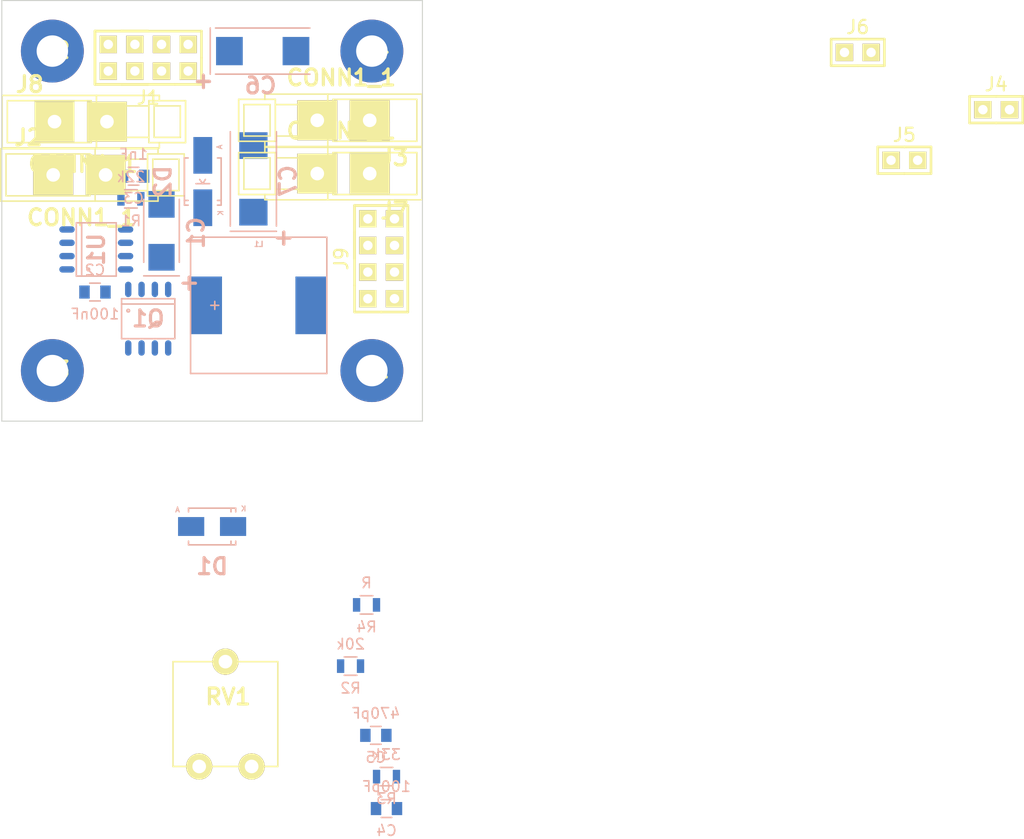
<source format=kicad_pcb>
(kicad_pcb (version 4) (host pcbnew "(2014-08-29 BZR 5106)-product")

  (general
    (links 62)
    (no_connects 62)
    (area 0.205999 -40.434001 40.434001 -0.205999)
    (thickness 1.6)
    (drawings 4)
    (tracks 0)
    (zones 0)
    (modules 30)
    (nets 16)
  )

  (page A4)
  (layers
    (0 F.Cu signal)
    (31 B.Cu signal)
    (32 B.Adhes user)
    (33 F.Adhes user)
    (34 B.Paste user)
    (35 F.Paste user)
    (36 B.SilkS user)
    (37 F.SilkS user)
    (38 B.Mask user)
    (39 F.Mask user)
    (40 Dwgs.User user)
    (41 Cmts.User user)
    (42 Eco1.User user)
    (43 Eco2.User user)
    (44 Edge.Cuts user)
    (45 Margin user)
    (46 B.CrtYd user)
    (47 F.CrtYd user)
    (48 B.Fab user)
    (49 F.Fab user)
  )

  (setup
    (last_trace_width 0.254)
    (trace_clearance 0.254)
    (zone_clearance 0.508)
    (zone_45_only no)
    (trace_min 0.254)
    (segment_width 0.2)
    (edge_width 0.1)
    (via_size 0.889)
    (via_drill 0.635)
    (via_min_size 0.889)
    (via_min_drill 0.508)
    (uvia_size 0.508)
    (uvia_drill 0.127)
    (uvias_allowed no)
    (uvia_min_size 0.508)
    (uvia_min_drill 0.127)
    (pcb_text_width 0.3)
    (pcb_text_size 1.5 1.5)
    (mod_edge_width 0.15)
    (mod_text_size 1 1)
    (mod_text_width 0.15)
    (pad_size 6 6)
    (pad_drill 3)
    (pad_to_mask_clearance 0)
    (aux_axis_origin 0 0)
    (visible_elements 7FFFFFFF)
    (pcbplotparams
      (layerselection 0x00030_80000001)
      (usegerberextensions false)
      (excludeedgelayer true)
      (linewidth 0.100000)
      (plotframeref false)
      (viasonmask false)
      (mode 1)
      (useauxorigin false)
      (hpglpennumber 1)
      (hpglpenspeed 20)
      (hpglpendiameter 15)
      (hpglpenoverlay 2)
      (psnegative false)
      (psa4output false)
      (plotreference true)
      (plotvalue true)
      (plotinvisibletext false)
      (padsonsilk false)
      (subtractmaskfromsilk false)
      (outputformat 1)
      (mirror false)
      (drillshape 1)
      (scaleselection 1)
      (outputdirectory ""))
  )

  (net 0 "")
  (net 1 GND)
  (net 2 /Vin)
  (net 3 /ADJ)
  (net 4 /Vout)
  (net 5 /FB)
  (net 6 "Net-(D2-Pad2)")
  (net 7 "Net-(J4-Pad1)")
  (net 8 "Net-(J5-Pad1)")
  (net 9 "Net-(J6-Pad1)")
  (net 10 "Net-(P1-Pad1)")
  (net 11 "Net-(P2-Pad1)")
  (net 12 "Net-(P3-Pad1)")
  (net 13 "Net-(P4-Pad1)")
  (net 14 "Net-(Q1-Pad4)")
  (net 15 "Net-(U1-Pad3)")

  (net_class Default "Toto je výchozí třída sítě."
    (clearance 0.254)
    (trace_width 0.254)
    (via_dia 0.889)
    (via_drill 0.635)
    (uvia_dia 0.508)
    (uvia_drill 0.127)
    (add_net /ADJ)
    (add_net /FB)
    (add_net /Vin)
    (add_net /Vout)
    (add_net GND)
    (add_net "Net-(D2-Pad2)")
    (add_net "Net-(J4-Pad1)")
    (add_net "Net-(J5-Pad1)")
    (add_net "Net-(J6-Pad1)")
    (add_net "Net-(P1-Pad1)")
    (add_net "Net-(P2-Pad1)")
    (add_net "Net-(P3-Pad1)")
    (add_net "Net-(P4-Pad1)")
    (add_net "Net-(Q1-Pad4)")
    (add_net "Net-(U1-Pad3)")
  )

  (module Capacitors_Tantalum_SMD:TantalC_SizeC_EIA-6032_Reflow (layer B.Cu) (tedit 54785079) (tstamp 5478519C)
    (at 15.494 -18.415 90)
    (descr "Tantal Cap. , Size C, EIA-6032, Reflow,")
    (tags "Tantal Cap. , Size C, EIA-6032, Reflow,")
    (path /5476F528)
    (attr smd)
    (fp_text reference C1 (at -0.20066 3.29946 90) (layer B.SilkS)
      (effects (font (thickness 0.3048)) (justify mirror))
    )
    (fp_text value 47uF (at -0.09906 -3.59918 90) (layer B.SilkS) hide
      (effects (font (thickness 0.3048)) (justify mirror))
    )
    (fp_line (start -4.30022 1.69926) (end -4.30022 -1.69926) (layer B.SilkS) (width 0.15))
    (fp_line (start 2.99974 -1.69926) (end -2.99974 -1.69926) (layer B.SilkS) (width 0.15))
    (fp_line (start 2.99974 1.69926) (end -2.99974 1.69926) (layer B.SilkS) (width 0.15))
    (fp_text user + (at -4.99872 2.55016 90) (layer B.SilkS)
      (effects (font (thickness 0.3048)) (justify mirror))
    )
    (fp_line (start -5.00126 3.05308) (end -5.00126 1.95326) (layer B.SilkS) (width 0.15))
    (fp_line (start -5.6007 2.5527) (end -4.40182 2.5527) (layer B.SilkS) (width 0.15))
    (pad 2 smd rect (at 2.52476 0 90) (size 2.55016 2.49936) (layers B.Cu B.Paste B.Mask)
      (net 1 GND))
    (pad 1 smd rect (at -2.52476 0 90) (size 2.55016 2.49936) (layers B.Cu B.Paste B.Mask)
      (net 2 /Vin))
    (model Capacitors_SMD/c_tant_C.wrl
      (at (xyz 0 0 0))
      (scale (xyz 1 1 1))
      (rotate (xyz 0 0 180))
    )
  )

  (module Capacitors_SMD:C_0805 (layer B.Cu) (tedit 5415D6EA) (tstamp 547851A8)
    (at 9.144 -12.573 180)
    (descr "Capacitor SMD 0805, reflow soldering, AVX (see smccp.pdf)")
    (tags "capacitor 0805")
    (path /5477060F)
    (attr smd)
    (fp_text reference C2 (at 0 2.1 180) (layer B.SilkS)
      (effects (font (size 1 1) (thickness 0.15)) (justify mirror))
    )
    (fp_text value 100nF (at 0 -2.1 180) (layer B.SilkS)
      (effects (font (size 1 1) (thickness 0.15)) (justify mirror))
    )
    (fp_line (start -1.8 1) (end 1.8 1) (layer B.CrtYd) (width 0.05))
    (fp_line (start -1.8 -1) (end 1.8 -1) (layer B.CrtYd) (width 0.05))
    (fp_line (start -1.8 1) (end -1.8 -1) (layer B.CrtYd) (width 0.05))
    (fp_line (start 1.8 1) (end 1.8 -1) (layer B.CrtYd) (width 0.05))
    (fp_line (start 0.5 0.85) (end -0.5 0.85) (layer B.SilkS) (width 0.15))
    (fp_line (start -0.5 -0.85) (end 0.5 -0.85) (layer B.SilkS) (width 0.15))
    (pad 1 smd rect (at -1 0 180) (size 1 1.25) (layers B.Cu B.Paste B.Mask)
      (net 2 /Vin))
    (pad 2 smd rect (at 1 0 180) (size 1 1.25) (layers B.Cu B.Paste B.Mask)
      (net 1 GND))
    (model Capacitors_SMD/C_0805N.wrl
      (at (xyz 0 0 0))
      (scale (xyz 1 1 1))
      (rotate (xyz 0 0 0))
    )
  )

  (module Capacitors_SMD:C_0805 (layer B.Cu) (tedit 5415D6EA) (tstamp 547851B4)
    (at 12.827 -23.622)
    (descr "Capacitor SMD 0805, reflow soldering, AVX (see smccp.pdf)")
    (tags "capacitor 0805")
    (path /5476F755)
    (attr smd)
    (fp_text reference C3 (at 0 2.1) (layer B.SilkS)
      (effects (font (size 1 1) (thickness 0.15)) (justify mirror))
    )
    (fp_text value 1nF (at 0 -2.1) (layer B.SilkS)
      (effects (font (size 1 1) (thickness 0.15)) (justify mirror))
    )
    (fp_line (start -1.8 1) (end 1.8 1) (layer B.CrtYd) (width 0.05))
    (fp_line (start -1.8 -1) (end 1.8 -1) (layer B.CrtYd) (width 0.05))
    (fp_line (start -1.8 1) (end -1.8 -1) (layer B.CrtYd) (width 0.05))
    (fp_line (start 1.8 1) (end 1.8 -1) (layer B.CrtYd) (width 0.05))
    (fp_line (start 0.5 0.85) (end -0.5 0.85) (layer B.SilkS) (width 0.15))
    (fp_line (start -0.5 -0.85) (end 0.5 -0.85) (layer B.SilkS) (width 0.15))
    (pad 1 smd rect (at -1 0) (size 1 1.25) (layers B.Cu B.Paste B.Mask)
      (net 2 /Vin))
    (pad 2 smd rect (at 1 0) (size 1 1.25) (layers B.Cu B.Paste B.Mask)
      (net 3 /ADJ))
    (model Capacitors_SMD/C_0805N.wrl
      (at (xyz 0 0 0))
      (scale (xyz 1 1 1))
      (rotate (xyz 0 0 0))
    )
  )

  (module Capacitors_SMD:C_0805 (layer B.Cu) (tedit 5415D6EA) (tstamp 547851C0)
    (at 36.957 36.703)
    (descr "Capacitor SMD 0805, reflow soldering, AVX (see smccp.pdf)")
    (tags "capacitor 0805")
    (path /5477033B)
    (attr smd)
    (fp_text reference C4 (at 0 2.1) (layer B.SilkS)
      (effects (font (size 1 1) (thickness 0.15)) (justify mirror))
    )
    (fp_text value 100pF (at 0 -2.1) (layer B.SilkS)
      (effects (font (size 1 1) (thickness 0.15)) (justify mirror))
    )
    (fp_line (start -1.8 1) (end 1.8 1) (layer B.CrtYd) (width 0.05))
    (fp_line (start -1.8 -1) (end 1.8 -1) (layer B.CrtYd) (width 0.05))
    (fp_line (start -1.8 1) (end -1.8 -1) (layer B.CrtYd) (width 0.05))
    (fp_line (start 1.8 1) (end 1.8 -1) (layer B.CrtYd) (width 0.05))
    (fp_line (start 0.5 0.85) (end -0.5 0.85) (layer B.SilkS) (width 0.15))
    (fp_line (start -0.5 -0.85) (end 0.5 -0.85) (layer B.SilkS) (width 0.15))
    (pad 1 smd rect (at -1 0) (size 1 1.25) (layers B.Cu B.Paste B.Mask)
      (net 4 /Vout))
    (pad 2 smd rect (at 1 0) (size 1 1.25) (layers B.Cu B.Paste B.Mask)
      (net 5 /FB))
    (model Capacitors_SMD/C_0805N.wrl
      (at (xyz 0 0 0))
      (scale (xyz 1 1 1))
      (rotate (xyz 0 0 0))
    )
  )

  (module Capacitors_SMD:C_0805 (layer B.Cu) (tedit 5415D6EA) (tstamp 547851CC)
    (at 35.941 29.718)
    (descr "Capacitor SMD 0805, reflow soldering, AVX (see smccp.pdf)")
    (tags "capacitor 0805")
    (path /5477069D)
    (attr smd)
    (fp_text reference C5 (at 0 2.1) (layer B.SilkS)
      (effects (font (size 1 1) (thickness 0.15)) (justify mirror))
    )
    (fp_text value 470pF (at 0 -2.1) (layer B.SilkS)
      (effects (font (size 1 1) (thickness 0.15)) (justify mirror))
    )
    (fp_line (start -1.8 1) (end 1.8 1) (layer B.CrtYd) (width 0.05))
    (fp_line (start -1.8 -1) (end 1.8 -1) (layer B.CrtYd) (width 0.05))
    (fp_line (start -1.8 1) (end -1.8 -1) (layer B.CrtYd) (width 0.05))
    (fp_line (start 1.8 1) (end 1.8 -1) (layer B.CrtYd) (width 0.05))
    (fp_line (start 0.5 0.85) (end -0.5 0.85) (layer B.SilkS) (width 0.15))
    (fp_line (start -0.5 -0.85) (end 0.5 -0.85) (layer B.SilkS) (width 0.15))
    (pad 1 smd rect (at -1 0) (size 1 1.25) (layers B.Cu B.Paste B.Mask)
      (net 5 /FB))
    (pad 2 smd rect (at 1 0) (size 1 1.25) (layers B.Cu B.Paste B.Mask)
      (net 1 GND))
    (model Capacitors_SMD/C_0805N.wrl
      (at (xyz 0 0 0))
      (scale (xyz 1 1 1))
      (rotate (xyz 0 0 0))
    )
  )

  (module Capacitors_Tantalum_SMD:TantalC_SizeD_EIA-7343_Reflow (layer B.Cu) (tedit 54785079) (tstamp 547851D8)
    (at 25.146 -35.56)
    (descr "Tantal Cap. , Size D, EIA-7343, Reflow,")
    (tags "Tantal Cap. , Size D, EIA-7343, Reflow,")
    (path /547707A4)
    (attr smd)
    (fp_text reference C6 (at -0.20066 3.29946) (layer B.SilkS)
      (effects (font (thickness 0.3048)) (justify mirror))
    )
    (fp_text value 100uF (at -0.09906 -3.59918) (layer B.SilkS) hide
      (effects (font (thickness 0.3048)) (justify mirror))
    )
    (fp_line (start -5.00126 2.19964) (end -5.00126 -2.19964) (layer B.SilkS) (width 0.15))
    (fp_line (start -4.50088 -2.19964) (end 4.50088 -2.19964) (layer B.SilkS) (width 0.15))
    (fp_line (start 4.50088 2.19964) (end -4.50088 2.19964) (layer B.SilkS) (width 0.15))
    (fp_text user + (at -5.6515 2.79908) (layer B.SilkS)
      (effects (font (thickness 0.3048)) (justify mirror))
    )
    (fp_line (start -5.65404 3.302) (end -5.65404 2.20218) (layer B.SilkS) (width 0.15))
    (fp_line (start -6.25348 2.80162) (end -5.0546 2.80162) (layer B.SilkS) (width 0.15))
    (pad 2 smd rect (at 3.175 0) (size 2.55016 2.70002) (layers B.Cu B.Paste B.Mask)
      (net 1 GND))
    (pad 1 smd rect (at -3.175 0) (size 2.55016 2.70002) (layers B.Cu B.Paste B.Mask)
      (net 4 /Vout))
    (model Capacitors_SMD/c_tant_D.wrl
      (at (xyz 0 0 0))
      (scale (xyz 1 1 1))
      (rotate (xyz 0 0 180))
    )
  )

  (module Capacitors_Tantalum_SMD:TantalC_SizeD_EIA-7343_Reflow (layer B.Cu) (tedit 54785079) (tstamp 547851E4)
    (at 24.257 -23.368 90)
    (descr "Tantal Cap. , Size D, EIA-7343, Reflow,")
    (tags "Tantal Cap. , Size D, EIA-7343, Reflow,")
    (path /54770930)
    (attr smd)
    (fp_text reference C7 (at -0.20066 3.29946 90) (layer B.SilkS)
      (effects (font (thickness 0.3048)) (justify mirror))
    )
    (fp_text value 100uF (at -0.09906 -3.59918 90) (layer B.SilkS) hide
      (effects (font (thickness 0.3048)) (justify mirror))
    )
    (fp_line (start -5.00126 2.19964) (end -5.00126 -2.19964) (layer B.SilkS) (width 0.15))
    (fp_line (start -4.50088 -2.19964) (end 4.50088 -2.19964) (layer B.SilkS) (width 0.15))
    (fp_line (start 4.50088 2.19964) (end -4.50088 2.19964) (layer B.SilkS) (width 0.15))
    (fp_text user + (at -5.6515 2.79908 90) (layer B.SilkS)
      (effects (font (thickness 0.3048)) (justify mirror))
    )
    (fp_line (start -5.65404 3.302) (end -5.65404 2.20218) (layer B.SilkS) (width 0.15))
    (fp_line (start -6.25348 2.80162) (end -5.0546 2.80162) (layer B.SilkS) (width 0.15))
    (pad 2 smd rect (at 3.175 0 90) (size 2.55016 2.70002) (layers B.Cu B.Paste B.Mask)
      (net 1 GND))
    (pad 1 smd rect (at -3.175 0 90) (size 2.55016 2.70002) (layers B.Cu B.Paste B.Mask)
      (net 4 /Vout))
    (model Capacitors_SMD/c_tant_D.wrl
      (at (xyz 0 0 0))
      (scale (xyz 1 1 1))
      (rotate (xyz 0 0 180))
    )
  )

  (module Diodes_SMD:Diode-SMA_Handsoldering (layer B.Cu) (tedit 5403E4F0) (tstamp 54785201)
    (at 19.431 -23.114 270)
    (descr "Diode SMA Handsoldering")
    (tags "Diode SMA Handsoldering")
    (path /5477039D)
    (attr smd)
    (fp_text reference D2 (at 0 3.81 270) (layer B.SilkS)
      (effects (font (thickness 0.3048)) (justify mirror))
    )
    (fp_text value 15MQ040N (at 0 -3.81 270) (layer B.SilkS) hide
      (effects (font (thickness 0.3048)) (justify mirror))
    )
    (fp_line (start 0.20066 0.65024) (end 0.20066 -0.65024) (layer B.SilkS) (width 0.15))
    (fp_line (start 0.20066 0) (end -0.20066 -0.24892) (layer B.SilkS) (width 0.15))
    (fp_line (start 0.20066 0) (end -0.20066 0.29972) (layer B.SilkS) (width 0.15))
    (fp_text user A (at -3.29946 -1.6002 270) (layer B.SilkS)
      (effects (font (size 0.50038 0.50038) (thickness 0.09906)) (justify mirror))
    )
    (fp_text user K (at 2.99974 -1.69926 270) (layer B.SilkS)
      (effects (font (size 0.50038 0.50038) (thickness 0.09906)) (justify mirror))
    )
    (fp_line (start 1.80086 -1.75006) (end 1.80086 -1.39954) (layer B.SilkS) (width 0.15))
    (fp_line (start 1.80086 1.75006) (end 1.80086 1.39954) (layer B.SilkS) (width 0.15))
    (fp_line (start 2.25044 -1.75006) (end 2.25044 -1.39954) (layer B.SilkS) (width 0.15))
    (fp_line (start -2.25044 -1.75006) (end -2.25044 -1.39954) (layer B.SilkS) (width 0.15))
    (fp_line (start -2.25044 1.75006) (end -2.25044 1.39954) (layer B.SilkS) (width 0.15))
    (fp_line (start 2.25044 1.75006) (end 2.25044 1.39954) (layer B.SilkS) (width 0.15))
    (fp_line (start -2.25044 -1.75006) (end 2.25044 -1.75006) (layer B.SilkS) (width 0.15))
    (fp_line (start -2.25044 1.75006) (end 2.25044 1.75006) (layer B.SilkS) (width 0.15))
    (pad 1 smd rect (at -2.49936 0 270) (size 3.50012 1.80086) (layers B.Cu B.Paste B.Mask)
      (net 1 GND))
    (pad 2 smd rect (at 2.49936 0 270) (size 3.50012 1.80086) (layers B.Cu B.Paste B.Mask)
      (net 6 "Net-(D2-Pad2)"))
    (model Diodes_SMD/Diode-SMA.wrl
      (at (xyz 0 0 0))
      (scale (xyz 0.3937 0.3937 0.3937))
      (rotate (xyz 0 0 0))
    )
  )

  (module Hrebinky:Pin_Header_Straight_2x04 placed (layer F.Cu) (tedit 53F5A6CB) (tstamp 5478521C)
    (at 14.224 -34.925 180)
    (descr "1 pin")
    (tags "CONN DEV")
    (path /5476F306)
    (fp_text reference J1 (at 0 -3.81 180) (layer F.SilkS)
      (effects (font (size 1.27 1.27) (thickness 0.2032)))
    )
    (fp_text value JUMP_4X2 (at 1.27 0 180) (layer F.SilkS) hide
      (effects (font (size 1.27 1.27) (thickness 0.2032)))
    )
    (fp_line (start 0 -2.54) (end 2.54 -2.54) (layer F.SilkS) (width 0.254))
    (fp_line (start 0 2.54) (end 2.54 2.54) (layer F.SilkS) (width 0.254))
    (fp_line (start 0 2.54) (end 2.54 2.54) (layer F.SilkS) (width 0.254))
    (fp_line (start 0 -2.54) (end 2.54 -2.54) (layer F.SilkS) (width 0.254))
    (fp_line (start 5.08 2.54) (end 5.08 -2.54) (layer F.SilkS) (width 0.254))
    (fp_line (start 2.54 -2.54) (end 5.08 -2.54) (layer F.SilkS) (width 0.254))
    (fp_line (start 2.54 2.54) (end 5.08 2.54) (layer F.SilkS) (width 0.254))
    (fp_line (start 2.54 2.54) (end 5.08 2.54) (layer F.SilkS) (width 0.254))
    (fp_line (start 2.54 -2.54) (end 5.08 -2.54) (layer F.SilkS) (width 0.254))
    (fp_line (start -5.08 2.54) (end 2.54 2.54) (layer F.SilkS) (width 0.254))
    (fp_line (start 5.08 2.54) (end 5.08 -2.54) (layer F.SilkS) (width 0.254))
    (fp_line (start 2.54 -2.54) (end -2.54 -2.54) (layer F.SilkS) (width 0.254))
    (fp_line (start -5.08 2.54) (end -5.08 0) (layer F.SilkS) (width 0.254))
    (fp_line (start -5.08 -2.54) (end -5.08 0) (layer F.SilkS) (width 0.254))
    (fp_line (start -2.54 -2.54) (end -5.08 -2.54) (layer F.SilkS) (width 0.254))
    (pad 3 thru_hole rect (at 1.27 1.27 180) (size 1.651 1.651) (drill 0.9) (layers *.Cu *.Mask F.SilkS)
      (net 2 /Vin))
    (pad 6 thru_hole rect (at 1.27 -1.27 180) (size 1.651 1.651) (drill 0.9) (layers *.Cu *.Mask F.SilkS)
      (net 2 /Vin))
    (pad 1 thru_hole rect (at -3.81 1.27 180) (size 1.651 1.651) (drill 0.9) (layers *.Cu *.Mask F.SilkS)
      (net 1 GND))
    (pad 2 thru_hole rect (at -1.27 1.27 180) (size 1.651 1.651) (drill 0.9) (layers *.Cu *.Mask F.SilkS)
      (net 2 /Vin))
    (pad 4 thru_hole rect (at 3.81 1.27 180) (size 1.651 1.651) (drill 0.9) (layers *.Cu *.Mask F.SilkS)
      (net 1 GND))
    (pad 5 thru_hole rect (at 3.81 -1.27 180) (size 1.651 1.651) (drill 0.9) (layers *.Cu *.Mask F.SilkS)
      (net 1 GND))
    (pad 7 thru_hole rect (at -1.27 -1.27 180) (size 1.651 1.651) (drill 0.9) (layers *.Cu *.Mask F.SilkS)
      (net 2 /Vin))
    (pad 8 thru_hole rect (at -3.81 -1.27 180) (size 1.651 1.651) (drill 0.9) (layers *.Cu *.Mask F.SilkS)
      (net 1 GND))
    (model Pin_Headers/Pin_Header_Straight_2x04.wrl
      (at (xyz 0 0 0))
      (scale (xyz 1 1 1))
      (rotate (xyz 0 0 0))
    )
  )

  (module Hrebinky:Pin_Header_Straight_1x02 (layer F.Cu) (tedit 5469CB53) (tstamp 54785262)
    (at 95.123 -30.099)
    (descr "1 pin")
    (tags "CONN DEV")
    (path /54777542)
    (fp_text reference J4 (at 0 -2.286) (layer F.SilkS)
      (effects (font (size 1.27 1.27) (thickness 0.2032)))
    )
    (fp_text value JUMP2_2x1 (at 0 0) (layer F.SilkS) hide
      (effects (font (size 1.27 1.27) (thickness 0.2032)))
    )
    (fp_line (start -2.54 -1.143) (end 0 -1.143) (layer F.SilkS) (width 0.254))
    (fp_line (start 0 1.397) (end 2.54 1.397) (layer F.SilkS) (width 0.254))
    (fp_line (start 2.54 1.397) (end 2.54 -1.143) (layer F.SilkS) (width 0.254))
    (fp_line (start 0 -1.143) (end 2.54 -1.143) (layer F.SilkS) (width 0.254))
    (fp_line (start -2.54 -1.143) (end -2.54 1.397) (layer F.SilkS) (width 0.254))
    (fp_line (start -2.54 1.397) (end 0 1.397) (layer F.SilkS) (width 0.254))
    (pad 1 thru_hole rect (at -1.27 0.127) (size 1.651 1.651) (drill 0.9) (layers *.Cu *.Mask F.SilkS)
      (net 7 "Net-(J4-Pad1)"))
    (pad 2 thru_hole rect (at 1.27 0.127) (size 1.651 1.651) (drill 0.9) (layers *.Cu *.Mask F.SilkS)
      (net 5 /FB))
    (model Pin_Headers/Pin_Header_Straight_1x02.wrl
      (at (xyz 0 0 0))
      (scale (xyz 1 1 1))
      (rotate (xyz 0 0 0))
    )
  )

  (module Hrebinky:Pin_Header_Straight_1x02 (layer F.Cu) (tedit 5469CB53) (tstamp 547854CC)
    (at 86.36 -25.273)
    (descr "1 pin")
    (tags "CONN DEV")
    (path /5477762B)
    (fp_text reference J5 (at 0 -2.286) (layer F.SilkS)
      (effects (font (size 1.27 1.27) (thickness 0.2032)))
    )
    (fp_text value JUMP2_2x1 (at 0 0) (layer F.SilkS) hide
      (effects (font (size 1.27 1.27) (thickness 0.2032)))
    )
    (fp_line (start -2.54 -1.143) (end 0 -1.143) (layer F.SilkS) (width 0.254))
    (fp_line (start 0 1.397) (end 2.54 1.397) (layer F.SilkS) (width 0.254))
    (fp_line (start 2.54 1.397) (end 2.54 -1.143) (layer F.SilkS) (width 0.254))
    (fp_line (start 0 -1.143) (end 2.54 -1.143) (layer F.SilkS) (width 0.254))
    (fp_line (start -2.54 -1.143) (end -2.54 1.397) (layer F.SilkS) (width 0.254))
    (fp_line (start -2.54 1.397) (end 0 1.397) (layer F.SilkS) (width 0.254))
    (pad 1 thru_hole rect (at -1.27 0.127) (size 1.651 1.651) (drill 0.9) (layers *.Cu *.Mask F.SilkS)
      (net 8 "Net-(J5-Pad1)"))
    (pad 2 thru_hole rect (at 1.27 0.127) (size 1.651 1.651) (drill 0.9) (layers *.Cu *.Mask F.SilkS)
      (net 5 /FB))
    (model Pin_Headers/Pin_Header_Straight_1x02.wrl
      (at (xyz 0 0 0))
      (scale (xyz 1 1 1))
      (rotate (xyz 0 0 0))
    )
  )

  (module Hrebinky:Pin_Header_Straight_1x02 (layer F.Cu) (tedit 5469CB53) (tstamp 5478527A)
    (at 81.915 -35.56)
    (descr "1 pin")
    (tags "CONN DEV")
    (path /5477765E)
    (fp_text reference J6 (at 0 -2.286) (layer F.SilkS)
      (effects (font (size 1.27 1.27) (thickness 0.2032)))
    )
    (fp_text value JUMP2_2x1 (at 0 0) (layer F.SilkS) hide
      (effects (font (size 1.27 1.27) (thickness 0.2032)))
    )
    (fp_line (start -2.54 -1.143) (end 0 -1.143) (layer F.SilkS) (width 0.254))
    (fp_line (start 0 1.397) (end 2.54 1.397) (layer F.SilkS) (width 0.254))
    (fp_line (start 2.54 1.397) (end 2.54 -1.143) (layer F.SilkS) (width 0.254))
    (fp_line (start 0 -1.143) (end 2.54 -1.143) (layer F.SilkS) (width 0.254))
    (fp_line (start -2.54 -1.143) (end -2.54 1.397) (layer F.SilkS) (width 0.254))
    (fp_line (start -2.54 1.397) (end 0 1.397) (layer F.SilkS) (width 0.254))
    (pad 1 thru_hole rect (at -1.27 0.127) (size 1.651 1.651) (drill 0.9) (layers *.Cu *.Mask F.SilkS)
      (net 9 "Net-(J6-Pad1)"))
    (pad 2 thru_hole rect (at 1.27 0.127) (size 1.651 1.651) (drill 0.9) (layers *.Cu *.Mask F.SilkS)
      (net 5 /FB))
    (model Pin_Headers/Pin_Header_Straight_1x02.wrl
      (at (xyz 0 0 0))
      (scale (xyz 1 1 1))
      (rotate (xyz 0 0 0))
    )
  )

  (module Hrebinky:Pin_Header_Straight_2x04 placed (layer F.Cu) (tedit 53F5A6CB) (tstamp 547852CF)
    (at 36.449 -15.748 90)
    (descr "1 pin")
    (tags "CONN DEV")
    (path /54770CCE)
    (fp_text reference J9 (at 0 -3.81 90) (layer F.SilkS)
      (effects (font (size 1.27 1.27) (thickness 0.2032)))
    )
    (fp_text value JUMP_4X2 (at 1.27 0 90) (layer F.SilkS) hide
      (effects (font (size 1.27 1.27) (thickness 0.2032)))
    )
    (fp_line (start 0 -2.54) (end 2.54 -2.54) (layer F.SilkS) (width 0.254))
    (fp_line (start 0 2.54) (end 2.54 2.54) (layer F.SilkS) (width 0.254))
    (fp_line (start 0 2.54) (end 2.54 2.54) (layer F.SilkS) (width 0.254))
    (fp_line (start 0 -2.54) (end 2.54 -2.54) (layer F.SilkS) (width 0.254))
    (fp_line (start 5.08 2.54) (end 5.08 -2.54) (layer F.SilkS) (width 0.254))
    (fp_line (start 2.54 -2.54) (end 5.08 -2.54) (layer F.SilkS) (width 0.254))
    (fp_line (start 2.54 2.54) (end 5.08 2.54) (layer F.SilkS) (width 0.254))
    (fp_line (start 2.54 2.54) (end 5.08 2.54) (layer F.SilkS) (width 0.254))
    (fp_line (start 2.54 -2.54) (end 5.08 -2.54) (layer F.SilkS) (width 0.254))
    (fp_line (start -5.08 2.54) (end 2.54 2.54) (layer F.SilkS) (width 0.254))
    (fp_line (start 5.08 2.54) (end 5.08 -2.54) (layer F.SilkS) (width 0.254))
    (fp_line (start 2.54 -2.54) (end -2.54 -2.54) (layer F.SilkS) (width 0.254))
    (fp_line (start -5.08 2.54) (end -5.08 0) (layer F.SilkS) (width 0.254))
    (fp_line (start -5.08 -2.54) (end -5.08 0) (layer F.SilkS) (width 0.254))
    (fp_line (start -2.54 -2.54) (end -5.08 -2.54) (layer F.SilkS) (width 0.254))
    (pad 3 thru_hole rect (at 1.27 1.27 90) (size 1.651 1.651) (drill 0.9) (layers *.Cu *.Mask F.SilkS)
      (net 4 /Vout))
    (pad 6 thru_hole rect (at 1.27 -1.27 90) (size 1.651 1.651) (drill 0.9) (layers *.Cu *.Mask F.SilkS)
      (net 4 /Vout))
    (pad 1 thru_hole rect (at -3.81 1.27 90) (size 1.651 1.651) (drill 0.9) (layers *.Cu *.Mask F.SilkS)
      (net 1 GND))
    (pad 2 thru_hole rect (at -1.27 1.27 90) (size 1.651 1.651) (drill 0.9) (layers *.Cu *.Mask F.SilkS)
      (net 4 /Vout))
    (pad 4 thru_hole rect (at 3.81 1.27 90) (size 1.651 1.651) (drill 0.9) (layers *.Cu *.Mask F.SilkS)
      (net 1 GND))
    (pad 5 thru_hole rect (at 3.81 -1.27 90) (size 1.651 1.651) (drill 0.9) (layers *.Cu *.Mask F.SilkS)
      (net 1 GND))
    (pad 7 thru_hole rect (at -1.27 -1.27 90) (size 1.651 1.651) (drill 0.9) (layers *.Cu *.Mask F.SilkS)
      (net 4 /Vout))
    (pad 8 thru_hole rect (at -3.81 -1.27 90) (size 1.651 1.651) (drill 0.9) (layers *.Cu *.Mask F.SilkS)
      (net 1 GND))
    (model Pin_Headers/Pin_Header_Straight_2x04.wrl
      (at (xyz 0 0 0))
      (scale (xyz 1 1 1))
      (rotate (xyz 0 0 0))
    )
  )

  (module Dira:MountingHole_3mm placed (layer F.Cu) (tedit 54345FDC) (tstamp 5478668B)
    (at 35.56 -5.08)
    (descr "Mounting hole, Befestigungsbohrung, 3mm, No Annular, Kein Restring,")
    (tags "Mounting hole, Befestigungsbohrung, 3mm, No Annular, Kein Restring,")
    (path /54779F4D)
    (fp_text reference P1 (at 0.1778 -0.0762) (layer F.SilkS)
      (effects (font (thickness 0.3048)))
    )
    (fp_text value _ (at 1.00076 5.00126) (layer F.SilkS) hide
      (effects (font (thickness 0.3048)))
    )
    (fp_circle (center 0 0) (end 2.99974 0) (layer Cmts.User) (width 0.381))
    (pad 1 thru_hole circle (at 0 0) (size 6 6) (drill 3) (layers *.Cu *.Adhes *.Mask)
      (net 10 "Net-(P1-Pad1)") (clearance 1) (zone_connect 2))
  )

  (module Dira:MountingHole_3mm placed (layer F.Cu) (tedit 54345FDC) (tstamp 547852F0)
    (at 5.08 -35.56)
    (descr "Mounting hole, Befestigungsbohrung, 3mm, No Annular, Kein Restring,")
    (tags "Mounting hole, Befestigungsbohrung, 3mm, No Annular, Kein Restring,")
    (path /5477A27E)
    (fp_text reference P2 (at 0.1778 -0.0762) (layer F.SilkS)
      (effects (font (thickness 0.3048)))
    )
    (fp_text value _ (at 1.00076 5.00126) (layer F.SilkS) hide
      (effects (font (thickness 0.3048)))
    )
    (fp_circle (center 0 0) (end 2.99974 0) (layer Cmts.User) (width 0.381))
    (pad 1 thru_hole circle (at 0 0) (size 6 6) (drill 3) (layers *.Cu *.Adhes *.Mask)
      (net 11 "Net-(P2-Pad1)") (clearance 1) (zone_connect 2))
  )

  (module Dira:MountingHole_3mm placed (layer F.Cu) (tedit 54345FDC) (tstamp 547852F6)
    (at 5.08 -5.08)
    (descr "Mounting hole, Befestigungsbohrung, 3mm, No Annular, Kein Restring,")
    (tags "Mounting hole, Befestigungsbohrung, 3mm, No Annular, Kein Restring,")
    (path /5477A2B0)
    (fp_text reference P3 (at 0.1778 -0.0762) (layer F.SilkS)
      (effects (font (thickness 0.3048)))
    )
    (fp_text value _ (at 1.00076 5.00126) (layer F.SilkS) hide
      (effects (font (thickness 0.3048)))
    )
    (fp_circle (center 0 0) (end 2.99974 0) (layer Cmts.User) (width 0.381))
    (pad 1 thru_hole circle (at 0 0) (size 6 6) (drill 3) (layers *.Cu *.Adhes *.Mask)
      (net 12 "Net-(P3-Pad1)") (clearance 1) (zone_connect 2))
  )

  (module Dira:MountingHole_3mm placed (layer F.Cu) (tedit 54345FDC) (tstamp 547852FC)
    (at 35.56 -35.56)
    (descr "Mounting hole, Befestigungsbohrung, 3mm, No Annular, Kein Restring,")
    (tags "Mounting hole, Befestigungsbohrung, 3mm, No Annular, Kein Restring,")
    (path /5477A2F5)
    (fp_text reference P4 (at 0.1778 -0.0762) (layer F.SilkS)
      (effects (font (thickness 0.3048)))
    )
    (fp_text value _ (at 1.00076 5.00126) (layer F.SilkS) hide
      (effects (font (thickness 0.3048)))
    )
    (fp_circle (center 0 0) (end 2.99974 0) (layer Cmts.User) (width 0.381))
    (pad 1 thru_hole circle (at 0 0) (size 6 6) (drill 3) (layers *.Cu *.Adhes *.Mask)
      (net 13 "Net-(P4-Pad1)") (clearance 1) (zone_connect 2))
  )

  (module Power_Integrations:SO-8 (layer B.Cu) (tedit 54785077) (tstamp 5478530E)
    (at 14.224 -10.033)
    (descr "SO-8 Surface Mount Small Outline 150mil 8pin Package")
    (tags "Power Integrations D Package")
    (path /54770268)
    (fp_text reference Q1 (at 0 0) (layer B.SilkS)
      (effects (font (thickness 0.3048)) (justify mirror))
    )
    (fp_text value IRF7416 (at 0 0) (layer B.SilkS) hide
      (effects (font (thickness 0.3048)) (justify mirror))
    )
    (fp_circle (center -1.905 -0.762) (end -1.778 -0.762) (layer B.SilkS) (width 0.15))
    (fp_line (start -2.54 -1.397) (end 2.54 -1.397) (layer B.SilkS) (width 0.15))
    (fp_line (start -2.54 1.905) (end 2.54 1.905) (layer B.SilkS) (width 0.15))
    (fp_line (start -2.54 -1.905) (end 2.54 -1.905) (layer B.SilkS) (width 0.15))
    (fp_line (start -2.54 -1.905) (end -2.54 1.905) (layer B.SilkS) (width 0.15))
    (fp_line (start 2.54 -1.905) (end 2.54 1.905) (layer B.SilkS) (width 0.15))
    (pad 1 smd oval (at -1.905 -2.794) (size 0.6096 1.4732) (layers B.Cu B.Paste B.Mask)
      (net 2 /Vin))
    (pad 2 smd oval (at -0.635 -2.794) (size 0.6096 1.4732) (layers B.Cu B.Paste B.Mask)
      (net 2 /Vin))
    (pad 3 smd oval (at 0.635 -2.794) (size 0.6096 1.4732) (layers B.Cu B.Paste B.Mask)
      (net 2 /Vin))
    (pad 4 smd oval (at 1.905 -2.794) (size 0.6096 1.4732) (layers B.Cu B.Paste B.Mask)
      (net 14 "Net-(Q1-Pad4)"))
    (pad 5 smd oval (at 1.905 2.794) (size 0.6096 1.4732) (layers B.Cu B.Paste B.Mask)
      (net 6 "Net-(D2-Pad2)"))
    (pad 6 smd oval (at 0.635 2.794) (size 0.6096 1.4732) (layers B.Cu B.Paste B.Mask)
      (net 6 "Net-(D2-Pad2)"))
    (pad 7 smd oval (at -0.635 2.794) (size 0.6096 1.4732) (layers B.Cu B.Paste B.Mask)
      (net 6 "Net-(D2-Pad2)"))
    (pad 8 smd oval (at -1.905 2.794) (size 0.6096 1.4732) (layers B.Cu B.Paste B.Mask)
      (net 6 "Net-(D2-Pad2)"))
  )

  (module Resistors_SMD:R_0805 (layer B.Cu) (tedit 5415CDEB) (tstamp 5478531A)
    (at 12.573 -21.463)
    (descr "Resistor SMD 0805, reflow soldering, Vishay (see dcrcw.pdf)")
    (tags "resistor 0805")
    (path /5476F659)
    (attr smd)
    (fp_text reference R1 (at 0 2.1) (layer B.SilkS)
      (effects (font (size 1 1) (thickness 0.15)) (justify mirror))
    )
    (fp_text value 22k (at 0 -2.1) (layer B.SilkS)
      (effects (font (size 1 1) (thickness 0.15)) (justify mirror))
    )
    (fp_line (start -1.6 1) (end 1.6 1) (layer B.CrtYd) (width 0.05))
    (fp_line (start -1.6 -1) (end 1.6 -1) (layer B.CrtYd) (width 0.05))
    (fp_line (start -1.6 1) (end -1.6 -1) (layer B.CrtYd) (width 0.05))
    (fp_line (start 1.6 1) (end 1.6 -1) (layer B.CrtYd) (width 0.05))
    (fp_line (start 0.6 -0.875) (end -0.6 -0.875) (layer B.SilkS) (width 0.15))
    (fp_line (start -0.6 0.875) (end 0.6 0.875) (layer B.SilkS) (width 0.15))
    (pad 1 smd rect (at -0.95 0) (size 0.7 1.3) (layers B.Cu B.Paste B.Mask)
      (net 2 /Vin))
    (pad 2 smd rect (at 0.95 0) (size 0.7 1.3) (layers B.Cu B.Paste B.Mask)
      (net 3 /ADJ))
    (model Resistors_SMD/R_0805.wrl
      (at (xyz 0 0 0))
      (scale (xyz 1 1 1))
      (rotate (xyz 0 0 0))
    )
  )

  (module Resistors_SMD:R_0805 (layer B.Cu) (tedit 5415CDEB) (tstamp 54785326)
    (at 33.528 23.114)
    (descr "Resistor SMD 0805, reflow soldering, Vishay (see dcrcw.pdf)")
    (tags "resistor 0805")
    (path /54770570)
    (attr smd)
    (fp_text reference R2 (at 0 2.1) (layer B.SilkS)
      (effects (font (size 1 1) (thickness 0.15)) (justify mirror))
    )
    (fp_text value 20k (at 0 -2.1) (layer B.SilkS)
      (effects (font (size 1 1) (thickness 0.15)) (justify mirror))
    )
    (fp_line (start -1.6 1) (end 1.6 1) (layer B.CrtYd) (width 0.05))
    (fp_line (start -1.6 -1) (end 1.6 -1) (layer B.CrtYd) (width 0.05))
    (fp_line (start -1.6 1) (end -1.6 -1) (layer B.CrtYd) (width 0.05))
    (fp_line (start 1.6 1) (end 1.6 -1) (layer B.CrtYd) (width 0.05))
    (fp_line (start 0.6 -0.875) (end -0.6 -0.875) (layer B.SilkS) (width 0.15))
    (fp_line (start -0.6 0.875) (end 0.6 0.875) (layer B.SilkS) (width 0.15))
    (pad 1 smd rect (at -0.95 0) (size 0.7 1.3) (layers B.Cu B.Paste B.Mask)
      (net 8 "Net-(J5-Pad1)"))
    (pad 2 smd rect (at 0.95 0) (size 0.7 1.3) (layers B.Cu B.Paste B.Mask)
      (net 1 GND))
    (model Resistors_SMD/R_0805.wrl
      (at (xyz 0 0 0))
      (scale (xyz 1 1 1))
      (rotate (xyz 0 0 0))
    )
  )

  (module Resistors_SMD:R_0805 (layer B.Cu) (tedit 5415CDEB) (tstamp 54785332)
    (at 36.957 33.655)
    (descr "Resistor SMD 0805, reflow soldering, Vishay (see dcrcw.pdf)")
    (tags "resistor 0805")
    (path /5477050C)
    (attr smd)
    (fp_text reference R3 (at 0 2.1) (layer B.SilkS)
      (effects (font (size 1 1) (thickness 0.15)) (justify mirror))
    )
    (fp_text value 33k (at 0 -2.1) (layer B.SilkS)
      (effects (font (size 1 1) (thickness 0.15)) (justify mirror))
    )
    (fp_line (start -1.6 1) (end 1.6 1) (layer B.CrtYd) (width 0.05))
    (fp_line (start -1.6 -1) (end 1.6 -1) (layer B.CrtYd) (width 0.05))
    (fp_line (start -1.6 1) (end -1.6 -1) (layer B.CrtYd) (width 0.05))
    (fp_line (start 1.6 1) (end 1.6 -1) (layer B.CrtYd) (width 0.05))
    (fp_line (start 0.6 -0.875) (end -0.6 -0.875) (layer B.SilkS) (width 0.15))
    (fp_line (start -0.6 0.875) (end 0.6 0.875) (layer B.SilkS) (width 0.15))
    (pad 1 smd rect (at -0.95 0) (size 0.7 1.3) (layers B.Cu B.Paste B.Mask)
      (net 4 /Vout))
    (pad 2 smd rect (at 0.95 0) (size 0.7 1.3) (layers B.Cu B.Paste B.Mask)
      (net 5 /FB))
    (model Resistors_SMD/R_0805.wrl
      (at (xyz 0 0 0))
      (scale (xyz 1 1 1))
      (rotate (xyz 0 0 0))
    )
  )

  (module Resistors_SMD:R_0805 (layer B.Cu) (tedit 5415CDEB) (tstamp 5478533E)
    (at 35.052 17.272)
    (descr "Resistor SMD 0805, reflow soldering, Vishay (see dcrcw.pdf)")
    (tags "resistor 0805")
    (path /547705D0)
    (attr smd)
    (fp_text reference R4 (at 0 2.1) (layer B.SilkS)
      (effects (font (size 1 1) (thickness 0.15)) (justify mirror))
    )
    (fp_text value R (at 0 -2.1) (layer B.SilkS)
      (effects (font (size 1 1) (thickness 0.15)) (justify mirror))
    )
    (fp_line (start -1.6 1) (end 1.6 1) (layer B.CrtYd) (width 0.05))
    (fp_line (start -1.6 -1) (end 1.6 -1) (layer B.CrtYd) (width 0.05))
    (fp_line (start -1.6 1) (end -1.6 -1) (layer B.CrtYd) (width 0.05))
    (fp_line (start 1.6 1) (end 1.6 -1) (layer B.CrtYd) (width 0.05))
    (fp_line (start 0.6 -0.875) (end -0.6 -0.875) (layer B.SilkS) (width 0.15))
    (fp_line (start -0.6 0.875) (end 0.6 0.875) (layer B.SilkS) (width 0.15))
    (pad 1 smd rect (at -0.95 0) (size 0.7 1.3) (layers B.Cu B.Paste B.Mask)
      (net 9 "Net-(J6-Pad1)"))
    (pad 2 smd rect (at 0.95 0) (size 0.7 1.3) (layers B.Cu B.Paste B.Mask)
      (net 1 GND))
    (model Resistors_SMD/R_0805.wrl
      (at (xyz 0 0 0))
      (scale (xyz 1 1 1))
      (rotate (xyz 0 0 0))
    )
  )

  (module Power_Integrations:SO-8 (layer B.Cu) (tedit 54785077) (tstamp 54785386)
    (at 9.271 -16.637 90)
    (descr "SO-8 Surface Mount Small Outline 150mil 8pin Package")
    (tags "Power Integrations D Package")
    (path /5476F060)
    (fp_text reference U1 (at 0 0 90) (layer B.SilkS)
      (effects (font (thickness 0.3048)) (justify mirror))
    )
    (fp_text value LM3485 (at 0 0 90) (layer B.SilkS) hide
      (effects (font (thickness 0.3048)) (justify mirror))
    )
    (fp_circle (center -1.905 -0.762) (end -1.778 -0.762) (layer B.SilkS) (width 0.15))
    (fp_line (start -2.54 -1.397) (end 2.54 -1.397) (layer B.SilkS) (width 0.15))
    (fp_line (start -2.54 1.905) (end 2.54 1.905) (layer B.SilkS) (width 0.15))
    (fp_line (start -2.54 -1.905) (end 2.54 -1.905) (layer B.SilkS) (width 0.15))
    (fp_line (start -2.54 -1.905) (end -2.54 1.905) (layer B.SilkS) (width 0.15))
    (fp_line (start 2.54 -1.905) (end 2.54 1.905) (layer B.SilkS) (width 0.15))
    (pad 1 smd oval (at -1.905 -2.794 90) (size 0.6096 1.4732) (layers B.Cu B.Paste B.Mask)
      (net 6 "Net-(D2-Pad2)"))
    (pad 2 smd oval (at -0.635 -2.794 90) (size 0.6096 1.4732) (layers B.Cu B.Paste B.Mask)
      (net 1 GND))
    (pad 3 smd oval (at 0.635 -2.794 90) (size 0.6096 1.4732) (layers B.Cu B.Paste B.Mask)
      (net 15 "Net-(U1-Pad3)"))
    (pad 4 smd oval (at 1.905 -2.794 90) (size 0.6096 1.4732) (layers B.Cu B.Paste B.Mask)
      (net 5 /FB))
    (pad 5 smd oval (at 1.905 2.794 90) (size 0.6096 1.4732) (layers B.Cu B.Paste B.Mask)
      (net 3 /ADJ))
    (pad 6 smd oval (at 0.635 2.794 90) (size 0.6096 1.4732) (layers B.Cu B.Paste B.Mask)
      (net 1 GND))
    (pad 7 smd oval (at -0.635 2.794 90) (size 0.6096 1.4732) (layers B.Cu B.Paste B.Mask)
      (net 14 "Net-(Q1-Pad4)"))
    (pad 8 smd oval (at -1.905 2.794 90) (size 0.6096 1.4732) (layers B.Cu B.Paste B.Mask)
      (net 2 /Vin))
  )

  (module MLAB_CON:WAGO256 (layer F.Cu) (tedit 54785C65) (tstamp 54786CDA)
    (at 7.62 -23.749)
    (descr "WAGO-Series 236, 2Stift, 1pol, RM 5mm,")
    (tags "WAGO-Series 236, 2Stift, 1pol, RM 5mm, Anreibare Leiterplattenklemme")
    (path /5476F3AB)
    (fp_text reference J2 (at -4.826 -3.556) (layer F.SilkS)
      (effects (font (thickness 0.3048)))
    )
    (fp_text value CONN1_1 (at 0.254 4.064) (layer F.SilkS)
      (effects (font (thickness 0.3048)))
    )
    (fp_line (start 7.54 2.5) (end 7.54 2) (layer F.SilkS) (width 0.15))
    (fp_line (start 7.54 -2) (end 7.54 -2.5) (layer F.SilkS) (width 0.15))
    (fp_line (start 1.54 2.5001) (end 1.54 -2.5001) (layer F.SilkS) (width 0.15))
    (fp_line (start -7.46 2.5001) (end -7.46 -2.5001) (layer F.SilkS) (width 0.15))
    (fp_line (start 9.54 1.501) (end 9.54 -1.501) (layer F.SilkS) (width 0.15))
    (fp_line (start 7.0401 1.501) (end 7.0401 -1.501) (layer F.SilkS) (width 0.15))
    (fp_line (start 10.0401 -2) (end 10.0401 2) (layer F.SilkS) (width 0.15))
    (fp_line (start 6.54 -2) (end 6.54 2) (layer F.SilkS) (width 0.15))
    (fp_line (start 3.54 1.5001) (end 3.54 -1.5001) (layer F.SilkS) (width 0.15))
    (fp_line (start 1.0399 -2) (end 1.0399 2) (layer F.SilkS) (width 0.15))
    (fp_line (start -6.9601 2) (end -6.9601 -2) (layer F.SilkS) (width 0.15))
    (fp_line (start 1.0399 1) (end 1.54 1) (layer F.SilkS) (width 0.15))
    (fp_line (start 7.0401 1.5) (end 9.54 1.5) (layer F.SilkS) (width 0.15))
    (fp_line (start 6.54 2) (end 10.0401 2) (layer F.SilkS) (width 0.15))
    (fp_line (start 1.0399 -1) (end 1.54 -1) (layer F.SilkS) (width 0.15))
    (fp_line (start 7.0401 -1.5) (end 9.54 -1.5) (layer F.SilkS) (width 0.15))
    (fp_line (start 6.54 -2) (end 10.041 -2) (layer F.SilkS) (width 0.15))
    (fp_line (start 3.54 1.5) (end 6.54 1.5) (layer F.SilkS) (width 0.15))
    (fp_line (start -6.9601 2) (end 1.0399 2) (layer F.SilkS) (width 0.15))
    (fp_line (start 1.54 2.5) (end 7.54 2.5) (layer F.SilkS) (width 0.15))
    (fp_line (start 3.54 -1.5) (end 6.54 -1.5) (layer F.SilkS) (width 0.15))
    (fp_line (start -6.9601 -2) (end 1.0399 -2) (layer F.SilkS) (width 0.15))
    (fp_line (start 1.54 -2.5) (end 7.54 -2.5) (layer F.SilkS) (width 0.15))
    (fp_line (start 1.54 2.5) (end -7.46 2.5) (layer F.SilkS) (width 0.15))
    (fp_line (start -7.46 -2.5) (end 1.54 -2.5) (layer F.SilkS) (width 0.15))
    (pad 1 thru_hole rect (at -2.46 0 90) (size 3.81 3.81) (drill 1.3) (layers *.Cu *.Mask F.SilkS)
      (net 2 /Vin))
    (pad 2 thru_hole rect (at 2.54 0 90) (size 3.81 3.81) (drill 1.3) (layers *.Cu *.Mask F.SilkS))
  )

  (module MLAB_CON:WAGO256 (layer F.Cu) (tedit 54785C65) (tstamp 54786CF8)
    (at 32.893 -28.956 180)
    (descr "WAGO-Series 236, 2Stift, 1pol, RM 5mm,")
    (tags "WAGO-Series 236, 2Stift, 1pol, RM 5mm, Anreibare Leiterplattenklemme")
    (path /5476F449)
    (fp_text reference J3 (at -4.826 -3.556 180) (layer F.SilkS)
      (effects (font (thickness 0.3048)))
    )
    (fp_text value CONN1_1 (at 0.254 4.064 180) (layer F.SilkS)
      (effects (font (thickness 0.3048)))
    )
    (fp_line (start 7.54 2.5) (end 7.54 2) (layer F.SilkS) (width 0.15))
    (fp_line (start 7.54 -2) (end 7.54 -2.5) (layer F.SilkS) (width 0.15))
    (fp_line (start 1.54 2.5001) (end 1.54 -2.5001) (layer F.SilkS) (width 0.15))
    (fp_line (start -7.46 2.5001) (end -7.46 -2.5001) (layer F.SilkS) (width 0.15))
    (fp_line (start 9.54 1.501) (end 9.54 -1.501) (layer F.SilkS) (width 0.15))
    (fp_line (start 7.0401 1.501) (end 7.0401 -1.501) (layer F.SilkS) (width 0.15))
    (fp_line (start 10.0401 -2) (end 10.0401 2) (layer F.SilkS) (width 0.15))
    (fp_line (start 6.54 -2) (end 6.54 2) (layer F.SilkS) (width 0.15))
    (fp_line (start 3.54 1.5001) (end 3.54 -1.5001) (layer F.SilkS) (width 0.15))
    (fp_line (start 1.0399 -2) (end 1.0399 2) (layer F.SilkS) (width 0.15))
    (fp_line (start -6.9601 2) (end -6.9601 -2) (layer F.SilkS) (width 0.15))
    (fp_line (start 1.0399 1) (end 1.54 1) (layer F.SilkS) (width 0.15))
    (fp_line (start 7.0401 1.5) (end 9.54 1.5) (layer F.SilkS) (width 0.15))
    (fp_line (start 6.54 2) (end 10.0401 2) (layer F.SilkS) (width 0.15))
    (fp_line (start 1.0399 -1) (end 1.54 -1) (layer F.SilkS) (width 0.15))
    (fp_line (start 7.0401 -1.5) (end 9.54 -1.5) (layer F.SilkS) (width 0.15))
    (fp_line (start 6.54 -2) (end 10.041 -2) (layer F.SilkS) (width 0.15))
    (fp_line (start 3.54 1.5) (end 6.54 1.5) (layer F.SilkS) (width 0.15))
    (fp_line (start -6.9601 2) (end 1.0399 2) (layer F.SilkS) (width 0.15))
    (fp_line (start 1.54 2.5) (end 7.54 2.5) (layer F.SilkS) (width 0.15))
    (fp_line (start 3.54 -1.5) (end 6.54 -1.5) (layer F.SilkS) (width 0.15))
    (fp_line (start -6.9601 -2) (end 1.0399 -2) (layer F.SilkS) (width 0.15))
    (fp_line (start 1.54 -2.5) (end 7.54 -2.5) (layer F.SilkS) (width 0.15))
    (fp_line (start 1.54 2.5) (end -7.46 2.5) (layer F.SilkS) (width 0.15))
    (fp_line (start -7.46 -2.5) (end 1.54 -2.5) (layer F.SilkS) (width 0.15))
    (pad 1 thru_hole rect (at -2.46 0 270) (size 3.81 3.81) (drill 1.3) (layers *.Cu *.Mask F.SilkS)
      (net 1 GND))
    (pad 2 thru_hole rect (at 2.54 0 270) (size 3.81 3.81) (drill 1.3) (layers *.Cu *.Mask F.SilkS))
  )

  (module MLAB_CON:WAGO256 (layer F.Cu) (tedit 54785C65) (tstamp 54786D16)
    (at 32.893 -23.876 180)
    (descr "WAGO-Series 236, 2Stift, 1pol, RM 5mm,")
    (tags "WAGO-Series 236, 2Stift, 1pol, RM 5mm, Anreibare Leiterplattenklemme")
    (path /547710E9)
    (fp_text reference J7 (at -4.826 -3.556 180) (layer F.SilkS)
      (effects (font (thickness 0.3048)))
    )
    (fp_text value CONN1_1 (at 0.254 4.064 180) (layer F.SilkS)
      (effects (font (thickness 0.3048)))
    )
    (fp_line (start 7.54 2.5) (end 7.54 2) (layer F.SilkS) (width 0.15))
    (fp_line (start 7.54 -2) (end 7.54 -2.5) (layer F.SilkS) (width 0.15))
    (fp_line (start 1.54 2.5001) (end 1.54 -2.5001) (layer F.SilkS) (width 0.15))
    (fp_line (start -7.46 2.5001) (end -7.46 -2.5001) (layer F.SilkS) (width 0.15))
    (fp_line (start 9.54 1.501) (end 9.54 -1.501) (layer F.SilkS) (width 0.15))
    (fp_line (start 7.0401 1.501) (end 7.0401 -1.501) (layer F.SilkS) (width 0.15))
    (fp_line (start 10.0401 -2) (end 10.0401 2) (layer F.SilkS) (width 0.15))
    (fp_line (start 6.54 -2) (end 6.54 2) (layer F.SilkS) (width 0.15))
    (fp_line (start 3.54 1.5001) (end 3.54 -1.5001) (layer F.SilkS) (width 0.15))
    (fp_line (start 1.0399 -2) (end 1.0399 2) (layer F.SilkS) (width 0.15))
    (fp_line (start -6.9601 2) (end -6.9601 -2) (layer F.SilkS) (width 0.15))
    (fp_line (start 1.0399 1) (end 1.54 1) (layer F.SilkS) (width 0.15))
    (fp_line (start 7.0401 1.5) (end 9.54 1.5) (layer F.SilkS) (width 0.15))
    (fp_line (start 6.54 2) (end 10.0401 2) (layer F.SilkS) (width 0.15))
    (fp_line (start 1.0399 -1) (end 1.54 -1) (layer F.SilkS) (width 0.15))
    (fp_line (start 7.0401 -1.5) (end 9.54 -1.5) (layer F.SilkS) (width 0.15))
    (fp_line (start 6.54 -2) (end 10.041 -2) (layer F.SilkS) (width 0.15))
    (fp_line (start 3.54 1.5) (end 6.54 1.5) (layer F.SilkS) (width 0.15))
    (fp_line (start -6.9601 2) (end 1.0399 2) (layer F.SilkS) (width 0.15))
    (fp_line (start 1.54 2.5) (end 7.54 2.5) (layer F.SilkS) (width 0.15))
    (fp_line (start 3.54 -1.5) (end 6.54 -1.5) (layer F.SilkS) (width 0.15))
    (fp_line (start -6.9601 -2) (end 1.0399 -2) (layer F.SilkS) (width 0.15))
    (fp_line (start 1.54 -2.5) (end 7.54 -2.5) (layer F.SilkS) (width 0.15))
    (fp_line (start 1.54 2.5) (end -7.46 2.5) (layer F.SilkS) (width 0.15))
    (fp_line (start -7.46 -2.5) (end 1.54 -2.5) (layer F.SilkS) (width 0.15))
    (pad 1 thru_hole rect (at -2.46 0 270) (size 3.81 3.81) (drill 1.3) (layers *.Cu *.Mask F.SilkS)
      (net 4 /Vout))
    (pad 2 thru_hole rect (at 2.54 0 270) (size 3.81 3.81) (drill 1.3) (layers *.Cu *.Mask F.SilkS))
  )

  (module MLAB_CON:WAGO256 (layer F.Cu) (tedit 54785C65) (tstamp 54786D34)
    (at 7.747 -28.829)
    (descr "WAGO-Series 236, 2Stift, 1pol, RM 5mm,")
    (tags "WAGO-Series 236, 2Stift, 1pol, RM 5mm, Anreibare Leiterplattenklemme")
    (path /54770EF4)
    (fp_text reference J8 (at -4.826 -3.556) (layer F.SilkS)
      (effects (font (thickness 0.3048)))
    )
    (fp_text value CONN1_1 (at 0.254 4.064) (layer F.SilkS)
      (effects (font (thickness 0.3048)))
    )
    (fp_line (start 7.54 2.5) (end 7.54 2) (layer F.SilkS) (width 0.15))
    (fp_line (start 7.54 -2) (end 7.54 -2.5) (layer F.SilkS) (width 0.15))
    (fp_line (start 1.54 2.5001) (end 1.54 -2.5001) (layer F.SilkS) (width 0.15))
    (fp_line (start -7.46 2.5001) (end -7.46 -2.5001) (layer F.SilkS) (width 0.15))
    (fp_line (start 9.54 1.501) (end 9.54 -1.501) (layer F.SilkS) (width 0.15))
    (fp_line (start 7.0401 1.501) (end 7.0401 -1.501) (layer F.SilkS) (width 0.15))
    (fp_line (start 10.0401 -2) (end 10.0401 2) (layer F.SilkS) (width 0.15))
    (fp_line (start 6.54 -2) (end 6.54 2) (layer F.SilkS) (width 0.15))
    (fp_line (start 3.54 1.5001) (end 3.54 -1.5001) (layer F.SilkS) (width 0.15))
    (fp_line (start 1.0399 -2) (end 1.0399 2) (layer F.SilkS) (width 0.15))
    (fp_line (start -6.9601 2) (end -6.9601 -2) (layer F.SilkS) (width 0.15))
    (fp_line (start 1.0399 1) (end 1.54 1) (layer F.SilkS) (width 0.15))
    (fp_line (start 7.0401 1.5) (end 9.54 1.5) (layer F.SilkS) (width 0.15))
    (fp_line (start 6.54 2) (end 10.0401 2) (layer F.SilkS) (width 0.15))
    (fp_line (start 1.0399 -1) (end 1.54 -1) (layer F.SilkS) (width 0.15))
    (fp_line (start 7.0401 -1.5) (end 9.54 -1.5) (layer F.SilkS) (width 0.15))
    (fp_line (start 6.54 -2) (end 10.041 -2) (layer F.SilkS) (width 0.15))
    (fp_line (start 3.54 1.5) (end 6.54 1.5) (layer F.SilkS) (width 0.15))
    (fp_line (start -6.9601 2) (end 1.0399 2) (layer F.SilkS) (width 0.15))
    (fp_line (start 1.54 2.5) (end 7.54 2.5) (layer F.SilkS) (width 0.15))
    (fp_line (start 3.54 -1.5) (end 6.54 -1.5) (layer F.SilkS) (width 0.15))
    (fp_line (start -6.9601 -2) (end 1.0399 -2) (layer F.SilkS) (width 0.15))
    (fp_line (start 1.54 -2.5) (end 7.54 -2.5) (layer F.SilkS) (width 0.15))
    (fp_line (start 1.54 2.5) (end -7.46 2.5) (layer F.SilkS) (width 0.15))
    (fp_line (start -7.46 -2.5) (end 1.54 -2.5) (layer F.SilkS) (width 0.15))
    (pad 1 thru_hole rect (at -2.46 0 90) (size 3.81 3.81) (drill 1.3) (layers *.Cu *.Mask F.SilkS)
      (net 1 GND))
    (pad 2 thru_hole rect (at 2.54 0 90) (size 3.81 3.81) (drill 1.3) (layers *.Cu *.Mask F.SilkS))
  )

  (module MLAB_L:DE1205-10 (layer B.Cu) (tedit 54785DDA) (tstamp 54786D52)
    (at 24.765 -11.303 180)
    (descr "SMT capacitor, aluminium electrolytic, 10x10.5")
    (path /547704A3)
    (fp_text reference L1 (at 0 5.842 180) (layer B.SilkS)
      (effects (font (size 0.50038 0.50038) (thickness 0.11938)) (justify mirror))
    )
    (fp_text value 22uH (at 0 -5.842 180) (layer B.SilkS) hide
      (effects (font (size 0.50038 0.50038) (thickness 0.11938)) (justify mirror))
    )
    (fp_line (start -6.5 6.5) (end -6.5 -6.5) (layer B.SilkS) (width 0.15))
    (fp_line (start -6.5 -6.5) (end 6.5 -6.5) (layer B.SilkS) (width 0.15))
    (fp_line (start 6.5 -6.5) (end 6.5 6.5) (layer B.SilkS) (width 0.15))
    (fp_line (start 6.5 6.5) (end -6.5 6.5) (layer B.SilkS) (width 0.15))
    (fp_line (start 4.572 0) (end 3.81 0) (layer B.SilkS) (width 0.15))
    (fp_line (start 4.191 0.381) (end 4.191 -0.381) (layer B.SilkS) (width 0.15))
    (pad 1 smd rect (at 5 0 180) (size 3 5.5) (layers B.Cu B.Paste B.Mask)
      (net 6 "Net-(D2-Pad2)"))
    (pad 2 smd rect (at -5 0 180) (size 3 5.5) (layers B.Cu B.Paste B.Mask)
      (net 4 /Vout))
    (model Capacitors_SMD/c_elec_10x10_5.wrl
      (at (xyz 0 0 0))
      (scale (xyz 1 1 1))
      (rotate (xyz 0 0 0))
    )
  )

  (module MLAB_POT:TRIM_CA9MTV10 (layer F.Cu) (tedit 547853B9) (tstamp 54786D5D)
    (at 21.59 27.686)
    (descr "Potentiometer, Trimmer, Piher, PT15, Type V15, horizontal, Rev A, 02 Aug 2010,")
    (tags "Potentiometer, Trimmer, Piher, PT15, Type V15, horizontal, Rev A, 02 Aug 2010,")
    (path /54770A4C)
    (fp_text reference RV1 (at 0.254 -1.651) (layer F.SilkS)
      (effects (font (thickness 0.3048)))
    )
    (fp_text value POT (at 0.254 1.397) (layer F.SilkS) hide
      (effects (font (thickness 0.3048)))
    )
    (fp_line (start -5 -5) (end -5 5) (layer F.SilkS) (width 0.15))
    (fp_line (start -5 5) (end 5 5) (layer F.SilkS) (width 0.15))
    (fp_line (start 5 5) (end 5 -5) (layer F.SilkS) (width 0.15))
    (fp_line (start 5 -5) (end -5 -5) (layer F.SilkS) (width 0.15))
    (pad 2 thru_hole circle (at 0 -5) (size 2.49936 2.49936) (drill 1.3) (layers *.Cu *.Mask F.SilkS)
      (net 7 "Net-(J4-Pad1)"))
    (pad 3 thru_hole circle (at 2.5 5) (size 2.49936 2.49936) (drill 1.3) (layers *.Cu *.Mask F.SilkS)
      (net 7 "Net-(J4-Pad1)"))
    (pad 1 thru_hole circle (at -2.5 5) (size 2.49936 2.49936) (drill 1.3) (layers *.Cu *.Mask F.SilkS)
      (net 1 GND))
  )

  (module Diodes_SMD:Diode-SMA_Standard (layer B.Cu) (tedit 5403E41A) (tstamp 54786D52)
    (at 20.32 9.794001)
    (descr "Diode SMA")
    (tags "Diode SMA")
    (path /5476F499)
    (attr smd)
    (fp_text reference D1 (at 0 3.81) (layer B.SilkS)
      (effects (font (thickness 0.3048)) (justify mirror))
    )
    (fp_text value M4 (at 0 -3.81) (layer B.SilkS) hide
      (effects (font (thickness 0.3048)) (justify mirror))
    )
    (fp_text user A (at -3.29946 -1.6002) (layer B.SilkS)
      (effects (font (size 0.50038 0.50038) (thickness 0.09906)) (justify mirror))
    )
    (fp_text user K (at 2.99974 -1.69926) (layer B.SilkS)
      (effects (font (size 0.50038 0.50038) (thickness 0.09906)) (justify mirror))
    )
    (fp_circle (center 0 0) (end 0.20066 0.0508) (layer B.Adhes) (width 0.381))
    (fp_line (start 1.80086 -1.75006) (end 1.80086 -1.39954) (layer B.SilkS) (width 0.15))
    (fp_line (start 1.80086 1.75006) (end 1.80086 1.39954) (layer B.SilkS) (width 0.15))
    (fp_line (start 2.25044 -1.75006) (end 2.25044 -1.39954) (layer B.SilkS) (width 0.15))
    (fp_line (start -2.25044 -1.75006) (end -2.25044 -1.39954) (layer B.SilkS) (width 0.15))
    (fp_line (start -2.25044 1.75006) (end -2.25044 1.39954) (layer B.SilkS) (width 0.15))
    (fp_line (start 2.25044 1.75006) (end 2.25044 1.39954) (layer B.SilkS) (width 0.15))
    (fp_line (start -2.25044 -1.75006) (end 2.25044 -1.75006) (layer B.SilkS) (width 0.15))
    (fp_line (start -2.25044 1.75006) (end 2.25044 1.75006) (layer B.SilkS) (width 0.15))
    (pad 1 smd rect (at -1.99898 0) (size 2.49936 1.80086) (layers B.Cu B.Paste B.Mask)
      (net 1 GND))
    (pad 2 smd rect (at 1.99898 0) (size 2.49936 1.80086) (layers B.Cu B.Paste B.Mask)
      (net 2 /Vin))
    (model Diodes_SMD/Diode-SMA.wrl
      (at (xyz 0 0 0))
      (scale (xyz 0.3937 0.3937 0.3937))
      (rotate (xyz 0 0 0))
    )
  )

  (gr_line (start 0.256 -0.256) (end 0.256 -40.384) (angle 90) (layer Edge.Cuts) (width 0.1))
  (gr_line (start 0.256 -0.256) (end 40.384 -0.256) (angle 90) (layer Edge.Cuts) (width 0.1))
  (gr_line (start 40.384 -40.384) (end 40.384 -0.256) (angle 90) (layer Edge.Cuts) (width 0.1))
  (gr_line (start 0.256 -40.384) (end 40.384 -40.384) (angle 90) (layer Edge.Cuts) (width 0.1))

)

</source>
